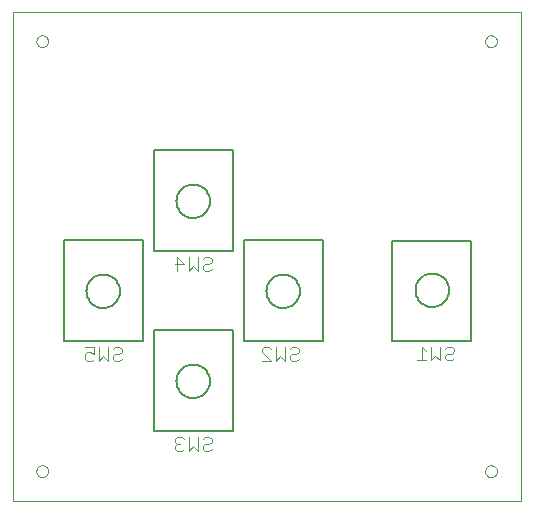
<source format=gbo>
G75*
%MOIN*%
%OFA0B0*%
%FSLAX24Y24*%
%IPPOS*%
%LPD*%
%AMOC8*
5,1,8,0,0,1.08239X$1,22.5*
%
%ADD10C,0.0000*%
%ADD11C,0.0050*%
%ADD12C,0.0040*%
D10*
X001093Y000180D02*
X001093Y016479D01*
X018022Y016479D01*
X018022Y000180D01*
X001093Y000180D01*
X001881Y001164D02*
X001883Y001191D01*
X001889Y001218D01*
X001898Y001244D01*
X001911Y001268D01*
X001927Y001291D01*
X001946Y001310D01*
X001968Y001327D01*
X001992Y001341D01*
X002017Y001351D01*
X002044Y001358D01*
X002071Y001361D01*
X002099Y001360D01*
X002126Y001355D01*
X002152Y001347D01*
X002176Y001335D01*
X002199Y001319D01*
X002220Y001301D01*
X002237Y001280D01*
X002252Y001256D01*
X002263Y001231D01*
X002271Y001205D01*
X002275Y001178D01*
X002275Y001150D01*
X002271Y001123D01*
X002263Y001097D01*
X002252Y001072D01*
X002237Y001048D01*
X002220Y001027D01*
X002199Y001009D01*
X002177Y000993D01*
X002152Y000981D01*
X002126Y000973D01*
X002099Y000968D01*
X002071Y000967D01*
X002044Y000970D01*
X002017Y000977D01*
X001992Y000987D01*
X001968Y001001D01*
X001946Y001018D01*
X001927Y001037D01*
X001911Y001060D01*
X001898Y001084D01*
X001889Y001110D01*
X001883Y001137D01*
X001881Y001164D01*
X001881Y015495D02*
X001883Y015522D01*
X001889Y015549D01*
X001898Y015575D01*
X001911Y015599D01*
X001927Y015622D01*
X001946Y015641D01*
X001968Y015658D01*
X001992Y015672D01*
X002017Y015682D01*
X002044Y015689D01*
X002071Y015692D01*
X002099Y015691D01*
X002126Y015686D01*
X002152Y015678D01*
X002176Y015666D01*
X002199Y015650D01*
X002220Y015632D01*
X002237Y015611D01*
X002252Y015587D01*
X002263Y015562D01*
X002271Y015536D01*
X002275Y015509D01*
X002275Y015481D01*
X002271Y015454D01*
X002263Y015428D01*
X002252Y015403D01*
X002237Y015379D01*
X002220Y015358D01*
X002199Y015340D01*
X002177Y015324D01*
X002152Y015312D01*
X002126Y015304D01*
X002099Y015299D01*
X002071Y015298D01*
X002044Y015301D01*
X002017Y015308D01*
X001992Y015318D01*
X001968Y015332D01*
X001946Y015349D01*
X001927Y015368D01*
X001911Y015391D01*
X001898Y015415D01*
X001889Y015441D01*
X001883Y015468D01*
X001881Y015495D01*
X016841Y015495D02*
X016843Y015522D01*
X016849Y015549D01*
X016858Y015575D01*
X016871Y015599D01*
X016887Y015622D01*
X016906Y015641D01*
X016928Y015658D01*
X016952Y015672D01*
X016977Y015682D01*
X017004Y015689D01*
X017031Y015692D01*
X017059Y015691D01*
X017086Y015686D01*
X017112Y015678D01*
X017136Y015666D01*
X017159Y015650D01*
X017180Y015632D01*
X017197Y015611D01*
X017212Y015587D01*
X017223Y015562D01*
X017231Y015536D01*
X017235Y015509D01*
X017235Y015481D01*
X017231Y015454D01*
X017223Y015428D01*
X017212Y015403D01*
X017197Y015379D01*
X017180Y015358D01*
X017159Y015340D01*
X017137Y015324D01*
X017112Y015312D01*
X017086Y015304D01*
X017059Y015299D01*
X017031Y015298D01*
X017004Y015301D01*
X016977Y015308D01*
X016952Y015318D01*
X016928Y015332D01*
X016906Y015349D01*
X016887Y015368D01*
X016871Y015391D01*
X016858Y015415D01*
X016849Y015441D01*
X016843Y015468D01*
X016841Y015495D01*
X016841Y001164D02*
X016843Y001191D01*
X016849Y001218D01*
X016858Y001244D01*
X016871Y001268D01*
X016887Y001291D01*
X016906Y001310D01*
X016928Y001327D01*
X016952Y001341D01*
X016977Y001351D01*
X017004Y001358D01*
X017031Y001361D01*
X017059Y001360D01*
X017086Y001355D01*
X017112Y001347D01*
X017136Y001335D01*
X017159Y001319D01*
X017180Y001301D01*
X017197Y001280D01*
X017212Y001256D01*
X017223Y001231D01*
X017231Y001205D01*
X017235Y001178D01*
X017235Y001150D01*
X017231Y001123D01*
X017223Y001097D01*
X017212Y001072D01*
X017197Y001048D01*
X017180Y001027D01*
X017159Y001009D01*
X017137Y000993D01*
X017112Y000981D01*
X017086Y000973D01*
X017059Y000968D01*
X017031Y000967D01*
X017004Y000970D01*
X016977Y000977D01*
X016952Y000987D01*
X016928Y001001D01*
X016906Y001018D01*
X016887Y001037D01*
X016871Y001060D01*
X016858Y001084D01*
X016849Y001110D01*
X016843Y001137D01*
X016841Y001164D01*
D11*
X016377Y005503D02*
X013739Y005503D01*
X013739Y008849D01*
X016377Y008849D01*
X016377Y005503D01*
X014521Y007196D02*
X014523Y007243D01*
X014529Y007289D01*
X014538Y007335D01*
X014552Y007379D01*
X014569Y007423D01*
X014590Y007464D01*
X014614Y007504D01*
X014641Y007542D01*
X014672Y007577D01*
X014705Y007610D01*
X014741Y007640D01*
X014780Y007666D01*
X014820Y007690D01*
X014862Y007709D01*
X014906Y007726D01*
X014951Y007738D01*
X014997Y007747D01*
X015043Y007752D01*
X015090Y007753D01*
X015136Y007750D01*
X015182Y007743D01*
X015228Y007732D01*
X015272Y007718D01*
X015315Y007700D01*
X015356Y007678D01*
X015396Y007653D01*
X015433Y007625D01*
X015468Y007594D01*
X015500Y007560D01*
X015529Y007523D01*
X015554Y007485D01*
X015577Y007444D01*
X015596Y007401D01*
X015611Y007357D01*
X015623Y007312D01*
X015631Y007266D01*
X015635Y007219D01*
X015635Y007173D01*
X015631Y007126D01*
X015623Y007080D01*
X015611Y007035D01*
X015596Y006991D01*
X015577Y006948D01*
X015554Y006907D01*
X015529Y006869D01*
X015500Y006832D01*
X015468Y006798D01*
X015433Y006767D01*
X015396Y006739D01*
X015357Y006714D01*
X015315Y006692D01*
X015272Y006674D01*
X015228Y006660D01*
X015182Y006649D01*
X015136Y006642D01*
X015090Y006639D01*
X015043Y006640D01*
X014997Y006645D01*
X014951Y006654D01*
X014906Y006666D01*
X014862Y006683D01*
X014820Y006702D01*
X014780Y006726D01*
X014741Y006752D01*
X014705Y006782D01*
X014672Y006815D01*
X014641Y006850D01*
X014614Y006888D01*
X014590Y006928D01*
X014569Y006969D01*
X014552Y007013D01*
X014538Y007057D01*
X014529Y007103D01*
X014523Y007149D01*
X014521Y007196D01*
X011448Y008857D02*
X011448Y005511D01*
X008810Y005511D01*
X008810Y008857D01*
X011448Y008857D01*
X009552Y007164D02*
X009554Y007211D01*
X009560Y007257D01*
X009569Y007303D01*
X009583Y007347D01*
X009600Y007391D01*
X009621Y007432D01*
X009645Y007472D01*
X009672Y007510D01*
X009703Y007545D01*
X009736Y007578D01*
X009772Y007608D01*
X009811Y007634D01*
X009851Y007658D01*
X009893Y007677D01*
X009937Y007694D01*
X009982Y007706D01*
X010028Y007715D01*
X010074Y007720D01*
X010121Y007721D01*
X010167Y007718D01*
X010213Y007711D01*
X010259Y007700D01*
X010303Y007686D01*
X010346Y007668D01*
X010387Y007646D01*
X010427Y007621D01*
X010464Y007593D01*
X010499Y007562D01*
X010531Y007528D01*
X010560Y007491D01*
X010585Y007453D01*
X010608Y007412D01*
X010627Y007369D01*
X010642Y007325D01*
X010654Y007280D01*
X010662Y007234D01*
X010666Y007187D01*
X010666Y007141D01*
X010662Y007094D01*
X010654Y007048D01*
X010642Y007003D01*
X010627Y006959D01*
X010608Y006916D01*
X010585Y006875D01*
X010560Y006837D01*
X010531Y006800D01*
X010499Y006766D01*
X010464Y006735D01*
X010427Y006707D01*
X010388Y006682D01*
X010346Y006660D01*
X010303Y006642D01*
X010259Y006628D01*
X010213Y006617D01*
X010167Y006610D01*
X010121Y006607D01*
X010074Y006608D01*
X010028Y006613D01*
X009982Y006622D01*
X009937Y006634D01*
X009893Y006651D01*
X009851Y006670D01*
X009811Y006694D01*
X009772Y006720D01*
X009736Y006750D01*
X009703Y006783D01*
X009672Y006818D01*
X009645Y006856D01*
X009621Y006896D01*
X009600Y006937D01*
X009583Y006981D01*
X009569Y007025D01*
X009560Y007071D01*
X009554Y007117D01*
X009552Y007164D01*
X008448Y008511D02*
X008448Y011857D01*
X005810Y011857D01*
X005810Y008511D01*
X008448Y008511D01*
X006552Y010164D02*
X006554Y010211D01*
X006560Y010257D01*
X006569Y010303D01*
X006583Y010347D01*
X006600Y010391D01*
X006621Y010432D01*
X006645Y010472D01*
X006672Y010510D01*
X006703Y010545D01*
X006736Y010578D01*
X006772Y010608D01*
X006811Y010634D01*
X006851Y010658D01*
X006893Y010677D01*
X006937Y010694D01*
X006982Y010706D01*
X007028Y010715D01*
X007074Y010720D01*
X007121Y010721D01*
X007167Y010718D01*
X007213Y010711D01*
X007259Y010700D01*
X007303Y010686D01*
X007346Y010668D01*
X007387Y010646D01*
X007427Y010621D01*
X007464Y010593D01*
X007499Y010562D01*
X007531Y010528D01*
X007560Y010491D01*
X007585Y010453D01*
X007608Y010412D01*
X007627Y010369D01*
X007642Y010325D01*
X007654Y010280D01*
X007662Y010234D01*
X007666Y010187D01*
X007666Y010141D01*
X007662Y010094D01*
X007654Y010048D01*
X007642Y010003D01*
X007627Y009959D01*
X007608Y009916D01*
X007585Y009875D01*
X007560Y009837D01*
X007531Y009800D01*
X007499Y009766D01*
X007464Y009735D01*
X007427Y009707D01*
X007388Y009682D01*
X007346Y009660D01*
X007303Y009642D01*
X007259Y009628D01*
X007213Y009617D01*
X007167Y009610D01*
X007121Y009607D01*
X007074Y009608D01*
X007028Y009613D01*
X006982Y009622D01*
X006937Y009634D01*
X006893Y009651D01*
X006851Y009670D01*
X006811Y009694D01*
X006772Y009720D01*
X006736Y009750D01*
X006703Y009783D01*
X006672Y009818D01*
X006645Y009856D01*
X006621Y009896D01*
X006600Y009937D01*
X006583Y009981D01*
X006569Y010025D01*
X006560Y010071D01*
X006554Y010117D01*
X006552Y010164D01*
X005448Y008857D02*
X005448Y005511D01*
X002810Y005511D01*
X002810Y008857D01*
X005448Y008857D01*
X003552Y007164D02*
X003554Y007211D01*
X003560Y007257D01*
X003569Y007303D01*
X003583Y007347D01*
X003600Y007391D01*
X003621Y007432D01*
X003645Y007472D01*
X003672Y007510D01*
X003703Y007545D01*
X003736Y007578D01*
X003772Y007608D01*
X003811Y007634D01*
X003851Y007658D01*
X003893Y007677D01*
X003937Y007694D01*
X003982Y007706D01*
X004028Y007715D01*
X004074Y007720D01*
X004121Y007721D01*
X004167Y007718D01*
X004213Y007711D01*
X004259Y007700D01*
X004303Y007686D01*
X004346Y007668D01*
X004387Y007646D01*
X004427Y007621D01*
X004464Y007593D01*
X004499Y007562D01*
X004531Y007528D01*
X004560Y007491D01*
X004585Y007453D01*
X004608Y007412D01*
X004627Y007369D01*
X004642Y007325D01*
X004654Y007280D01*
X004662Y007234D01*
X004666Y007187D01*
X004666Y007141D01*
X004662Y007094D01*
X004654Y007048D01*
X004642Y007003D01*
X004627Y006959D01*
X004608Y006916D01*
X004585Y006875D01*
X004560Y006837D01*
X004531Y006800D01*
X004499Y006766D01*
X004464Y006735D01*
X004427Y006707D01*
X004388Y006682D01*
X004346Y006660D01*
X004303Y006642D01*
X004259Y006628D01*
X004213Y006617D01*
X004167Y006610D01*
X004121Y006607D01*
X004074Y006608D01*
X004028Y006613D01*
X003982Y006622D01*
X003937Y006634D01*
X003893Y006651D01*
X003851Y006670D01*
X003811Y006694D01*
X003772Y006720D01*
X003736Y006750D01*
X003703Y006783D01*
X003672Y006818D01*
X003645Y006856D01*
X003621Y006896D01*
X003600Y006937D01*
X003583Y006981D01*
X003569Y007025D01*
X003560Y007071D01*
X003554Y007117D01*
X003552Y007164D01*
X005810Y005857D02*
X008448Y005857D01*
X008448Y002511D01*
X005810Y002511D01*
X005810Y005857D01*
X006552Y004164D02*
X006554Y004211D01*
X006560Y004257D01*
X006569Y004303D01*
X006583Y004347D01*
X006600Y004391D01*
X006621Y004432D01*
X006645Y004472D01*
X006672Y004510D01*
X006703Y004545D01*
X006736Y004578D01*
X006772Y004608D01*
X006811Y004634D01*
X006851Y004658D01*
X006893Y004677D01*
X006937Y004694D01*
X006982Y004706D01*
X007028Y004715D01*
X007074Y004720D01*
X007121Y004721D01*
X007167Y004718D01*
X007213Y004711D01*
X007259Y004700D01*
X007303Y004686D01*
X007346Y004668D01*
X007387Y004646D01*
X007427Y004621D01*
X007464Y004593D01*
X007499Y004562D01*
X007531Y004528D01*
X007560Y004491D01*
X007585Y004453D01*
X007608Y004412D01*
X007627Y004369D01*
X007642Y004325D01*
X007654Y004280D01*
X007662Y004234D01*
X007666Y004187D01*
X007666Y004141D01*
X007662Y004094D01*
X007654Y004048D01*
X007642Y004003D01*
X007627Y003959D01*
X007608Y003916D01*
X007585Y003875D01*
X007560Y003837D01*
X007531Y003800D01*
X007499Y003766D01*
X007464Y003735D01*
X007427Y003707D01*
X007388Y003682D01*
X007346Y003660D01*
X007303Y003642D01*
X007259Y003628D01*
X007213Y003617D01*
X007167Y003610D01*
X007121Y003607D01*
X007074Y003608D01*
X007028Y003613D01*
X006982Y003622D01*
X006937Y003634D01*
X006893Y003651D01*
X006851Y003670D01*
X006811Y003694D01*
X006772Y003720D01*
X006736Y003750D01*
X006703Y003783D01*
X006672Y003818D01*
X006645Y003856D01*
X006621Y003896D01*
X006600Y003937D01*
X006583Y003981D01*
X006569Y004025D01*
X006560Y004071D01*
X006554Y004117D01*
X006552Y004164D01*
D12*
X004728Y004920D02*
X004651Y004843D01*
X004497Y004843D01*
X004421Y004920D01*
X004421Y004997D01*
X004497Y005074D01*
X004651Y005074D01*
X004728Y005150D01*
X004728Y005227D01*
X004651Y005304D01*
X004497Y005304D01*
X004421Y005227D01*
X004267Y005304D02*
X004267Y004843D01*
X004114Y004997D01*
X003960Y004843D01*
X003960Y005304D01*
X003807Y005304D02*
X003807Y005074D01*
X003653Y005150D01*
X003577Y005150D01*
X003500Y005074D01*
X003500Y004920D01*
X003577Y004843D01*
X003730Y004843D01*
X003807Y004920D01*
X003807Y005304D02*
X003500Y005304D01*
X006577Y007843D02*
X006577Y008304D01*
X006807Y008074D01*
X006500Y008074D01*
X006960Y007843D02*
X006960Y008304D01*
X007267Y008304D02*
X007267Y007843D01*
X007114Y007997D01*
X006960Y007843D01*
X007421Y007920D02*
X007497Y007843D01*
X007651Y007843D01*
X007728Y007920D01*
X007651Y008074D02*
X007497Y008074D01*
X007421Y007997D01*
X007421Y007920D01*
X007651Y008074D02*
X007728Y008150D01*
X007728Y008227D01*
X007651Y008304D01*
X007497Y008304D01*
X007421Y008227D01*
X009477Y005304D02*
X009630Y005304D01*
X009707Y005227D01*
X009860Y005304D02*
X009860Y004843D01*
X010014Y004997D01*
X010167Y004843D01*
X010167Y005304D01*
X010321Y005227D02*
X010397Y005304D01*
X010551Y005304D01*
X010628Y005227D01*
X010628Y005150D01*
X010551Y005074D01*
X010397Y005074D01*
X010321Y004997D01*
X010321Y004920D01*
X010397Y004843D01*
X010551Y004843D01*
X010628Y004920D01*
X009707Y004843D02*
X009400Y005150D01*
X009400Y005227D01*
X009477Y005304D01*
X009400Y004843D02*
X009707Y004843D01*
X007651Y002304D02*
X007728Y002227D01*
X007728Y002150D01*
X007651Y002074D01*
X007497Y002074D01*
X007421Y001997D01*
X007421Y001920D01*
X007497Y001843D01*
X007651Y001843D01*
X007728Y001920D01*
X007651Y002304D02*
X007497Y002304D01*
X007421Y002227D01*
X007267Y002304D02*
X007267Y001843D01*
X007114Y001997D01*
X006960Y001843D01*
X006960Y002304D01*
X006807Y002227D02*
X006730Y002304D01*
X006577Y002304D01*
X006500Y002227D01*
X006500Y002150D01*
X006577Y002074D01*
X006500Y001997D01*
X006500Y001920D01*
X006577Y001843D01*
X006730Y001843D01*
X006807Y001920D01*
X006653Y002074D02*
X006577Y002074D01*
X014572Y004857D02*
X014879Y004857D01*
X014726Y004857D02*
X014726Y005317D01*
X014879Y005164D01*
X015033Y005317D02*
X015033Y004857D01*
X015186Y005010D01*
X015340Y004857D01*
X015340Y005317D01*
X015493Y005240D02*
X015570Y005317D01*
X015723Y005317D01*
X015800Y005240D01*
X015800Y005164D01*
X015723Y005087D01*
X015570Y005087D01*
X015493Y005010D01*
X015493Y004933D01*
X015570Y004857D01*
X015723Y004857D01*
X015800Y004933D01*
M02*

</source>
